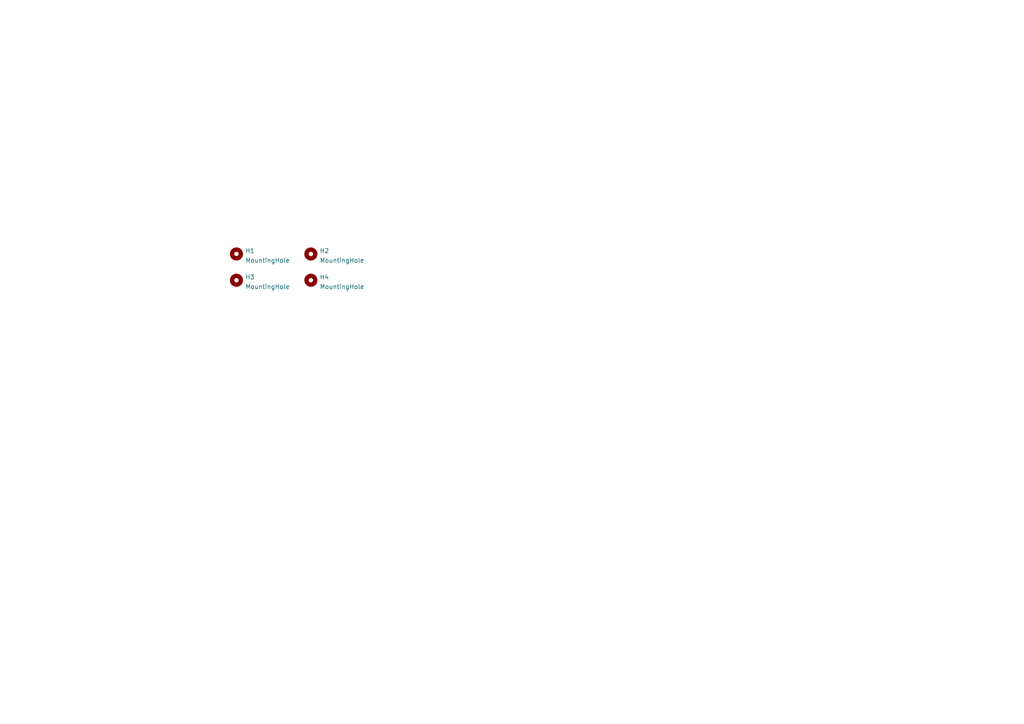
<source format=kicad_sch>
(kicad_sch (version 20210621) (generator eeschema)
  (paper "A4")
  (lib_symbols
    (symbol "Mechanical:MountingHole" (pin_names (offset 1.016))
      (property "Reference" "H" (at 0 5.08 0))
      (property "Value" "MountingHole" (at 0 3.175 0))
      (symbol "MountingHole_0_1"
        (circle (center 0 0) (radius 1.27) (stroke (width 1.27)))
      )
    )
  )
  (symbol (lib_id "Mechanical:MountingHole") (at 68.58 73.66 0) (unit 1)
    (property "Reference" "H1" (at 71.1201 72.7515 0) (effects (justify left)))
    (property "Value" "MountingHole" (at 71.1201 75.5266 0) (effects (justify left)))
    (property "Footprint" "MountingHole:MountingHole_3.5mm" (effects hide))
  )
  (symbol (lib_id "Mechanical:MountingHole") (at 68.58 81.28 0) (unit 1)
    (property "Reference" "H3" (at 71.1201 80.3715 0) (effects (justify left)))
    (property "Value" "MountingHole" (at 71.1201 83.1466 0) (effects (justify left)))
    (property "Footprint" "MountingHole:MountingHole_3.5mm" (effects hide))
  )
  (symbol (lib_id "Mechanical:MountingHole") (at 90.17 73.66 0) (unit 1)
    (property "Reference" "H2" (at 92.7101 72.7515 0) (effects (justify left)))
    (property "Value" "MountingHole" (at 92.7101 75.5266 0) (effects (justify left)))
    (property "Footprint" "MountingHole:MountingHole_3.5mm" (effects hide))
  )
  (symbol (lib_id "Mechanical:MountingHole") (at 90.17 81.28 0) (unit 1)
    (property "Reference" "H4" (at 92.7101 80.3715 0) (effects (justify left)))
    (property "Value" "MountingHole" (at 92.7101 83.1466 0) (effects (justify left)))
    (property "Footprint" "MountingHole:MountingHole_3.5mm" (effects hide))
  )
)
</source>
